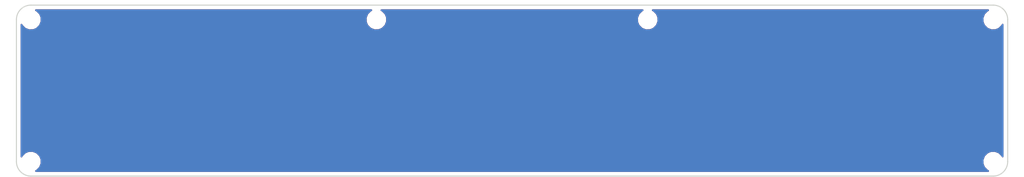
<source format=kicad_pcb>
(kicad_pcb (version 20171130) (host pcbnew 5.0.2-bee76a0~70~ubuntu18.04.1)

  (general
    (thickness 1.6)
    (drawings 8)
    (tracks 0)
    (zones 0)
    (modules 6)
    (nets 1)
  )

  (page A4)
  (layers
    (0 F.Cu signal)
    (31 B.Cu signal)
    (32 B.Adhes user)
    (33 F.Adhes user)
    (34 B.Paste user)
    (35 F.Paste user)
    (36 B.SilkS user)
    (37 F.SilkS user)
    (38 B.Mask user)
    (39 F.Mask user)
    (40 Dwgs.User user)
    (41 Cmts.User user)
    (42 Eco1.User user)
    (43 Eco2.User user)
    (44 Edge.Cuts user)
    (45 Margin user)
    (46 B.CrtYd user)
    (47 F.CrtYd user)
    (48 B.Fab user)
    (49 F.Fab user)
  )

  (setup
    (last_trace_width 0.25)
    (trace_clearance 0.2)
    (zone_clearance 0.508)
    (zone_45_only no)
    (trace_min 0.2)
    (segment_width 0.2)
    (edge_width 0.15)
    (via_size 0.8)
    (via_drill 0.4)
    (via_min_size 0.4)
    (via_min_drill 0.3)
    (uvia_size 0.3)
    (uvia_drill 0.1)
    (uvias_allowed no)
    (uvia_min_size 0.2)
    (uvia_min_drill 0.1)
    (pcb_text_width 0.3)
    (pcb_text_size 1.5 1.5)
    (mod_edge_width 0.15)
    (mod_text_size 1 1)
    (mod_text_width 0.15)
    (pad_size 1.524 1.524)
    (pad_drill 0.762)
    (pad_to_mask_clearance 0.051)
    (solder_mask_min_width 0.25)
    (aux_axis_origin 34.544 62.357)
    (visible_elements FFFFFF7F)
    (pcbplotparams
      (layerselection 0x010fc_ffffffff)
      (usegerberextensions false)
      (usegerberattributes false)
      (usegerberadvancedattributes false)
      (creategerberjobfile false)
      (excludeedgelayer true)
      (linewidth 0.100000)
      (plotframeref false)
      (viasonmask false)
      (mode 1)
      (useauxorigin false)
      (hpglpennumber 1)
      (hpglpenspeed 20)
      (hpglpendiameter 15.000000)
      (psnegative false)
      (psa4output false)
      (plotreference true)
      (plotvalue true)
      (plotinvisibletext false)
      (padsonsilk false)
      (subtractmaskfromsilk false)
      (outputformat 1)
      (mirror false)
      (drillshape 1)
      (scaleselection 1)
      (outputdirectory ""))
  )

  (net 0 "")

  (net_class Default "This is the default net class."
    (clearance 0.2)
    (trace_width 0.25)
    (via_dia 0.8)
    (via_drill 0.4)
    (uvia_dia 0.3)
    (uvia_drill 0.1)
  )

  (net_class Power ""
    (clearance 0.2)
    (trace_width 0.5)
    (via_dia 0.8)
    (via_drill 0.4)
    (uvia_dia 0.3)
    (uvia_drill 0.1)
  )

  (module library:Screw_Hole (layer F.Cu) (tedit 5CB8B143) (tstamp 5CBDF09F)
    (at 36.576 40.386)
    (fp_text reference "" (at 0 1.905) (layer F.SilkS)
      (effects (font (size 1 1) (thickness 0.15)))
    )
    (fp_text value Screw_Hole (at 0 -1.905) (layer F.Fab)
      (effects (font (size 1 1) (thickness 0.15)))
    )
    (pad "" np_thru_hole circle (at 0 0) (size 1.7 1.7) (drill 1.7) (layers *.Cu *.Mask))
  )

  (module library:Screw_Hole (layer F.Cu) (tedit 5CB8B143) (tstamp 5CBDF042)
    (at 85.09 40.386)
    (fp_text reference "" (at 0 1.905) (layer F.SilkS)
      (effects (font (size 1 1) (thickness 0.15)))
    )
    (fp_text value Screw_Hole (at 0 -1.905) (layer F.Fab)
      (effects (font (size 1 1) (thickness 0.15)))
    )
    (pad "" np_thru_hole circle (at 0 0) (size 1.7 1.7) (drill 1.7) (layers *.Cu *.Mask))
  )

  (module library:Screw_Hole (layer F.Cu) (tedit 5CB8B143) (tstamp 5CBDEFF4)
    (at 171.704 60.325)
    (fp_text reference "" (at 0 1.905) (layer F.SilkS)
      (effects (font (size 1 1) (thickness 0.15)))
    )
    (fp_text value Screw_Hole (at 0 -1.905) (layer F.Fab)
      (effects (font (size 1 1) (thickness 0.15)))
    )
    (pad "" np_thru_hole circle (at 0 0) (size 1.7 1.7) (drill 1.7) (layers *.Cu *.Mask))
  )

  (module library:Screw_Hole (layer F.Cu) (tedit 5CB8B143) (tstamp 5CBDEFEB)
    (at 123.19 40.386)
    (fp_text reference "" (at 0 1.905) (layer F.SilkS)
      (effects (font (size 1 1) (thickness 0.15)))
    )
    (fp_text value Screw_Hole (at 0 -1.905) (layer F.Fab)
      (effects (font (size 1 1) (thickness 0.15)))
    )
    (pad "" np_thru_hole circle (at 0 0) (size 1.7 1.7) (drill 1.7) (layers *.Cu *.Mask))
  )

  (module library:Screw_Hole (layer F.Cu) (tedit 5CB8B143) (tstamp 5CBDEFB4)
    (at 36.576 60.325)
    (fp_text reference "" (at 0 1.905) (layer F.SilkS)
      (effects (font (size 1 1) (thickness 0.15)))
    )
    (fp_text value Screw_Hole (at 0 -1.905) (layer F.Fab)
      (effects (font (size 1 1) (thickness 0.15)))
    )
    (pad "" np_thru_hole circle (at 0 0) (size 1.7 1.7) (drill 1.7) (layers *.Cu *.Mask))
  )

  (module library:Screw_Hole (layer F.Cu) (tedit 5CB8B143) (tstamp 5CBDEF2B)
    (at 171.704 40.386)
    (fp_text reference "" (at 0 1.905) (layer F.SilkS)
      (effects (font (size 1 1) (thickness 0.15)))
    )
    (fp_text value Screw_Hole (at 0 -1.905) (layer F.Fab)
      (effects (font (size 1 1) (thickness 0.15)))
    )
    (pad "" np_thru_hole circle (at 0 0) (size 1.7 1.7) (drill 1.7) (layers *.Cu *.Mask))
  )

  (gr_line (start 36.576 62.357) (end 171.704 62.357) (layer Edge.Cuts) (width 0.15))
  (gr_arc (start 36.576 60.325) (end 34.544 60.325) (angle -90) (layer Edge.Cuts) (width 0.15))
  (gr_line (start 34.544 60.325) (end 34.544 40.386) (layer Edge.Cuts) (width 0.15))
  (gr_arc (start 171.704 60.325) (end 171.704 62.357) (angle -90) (layer Edge.Cuts) (width 0.15))
  (gr_line (start 173.736 40.386) (end 173.736 60.325) (layer Edge.Cuts) (width 0.15))
  (gr_arc (start 171.704 40.386) (end 173.736 40.386) (angle -90) (layer Edge.Cuts) (width 0.15) (tstamp 5CBDEFF3))
  (gr_arc (start 36.576 40.386) (end 36.576 38.354) (angle -90) (layer Edge.Cuts) (width 0.15) (tstamp 5CBDEF69))
  (gr_line (start 36.576 38.354) (end 171.704 38.354) (layer Edge.Cuts) (width 0.15) (tstamp 5CBDEF13))

  (zone (net 0) (net_name "") (layer F.Cu) (tstamp 0) (hatch edge 0.508)
    (connect_pads (clearance 0.508))
    (min_thickness 0.254)
    (fill yes (arc_segments 16) (thermal_gap 0.508) (thermal_bridge_width 0.508))
    (polygon
      (pts
        (xy 34.544 38.354) (xy 34.544 62.357) (xy 173.736 62.357) (xy 173.736 38.354)
      )
    )
    (filled_polygon
      (pts
        (xy 84.30592 39.090741) (xy 84.301251 39.105358) (xy 84.248815 39.127078) (xy 83.831078 39.544815) (xy 83.809358 39.597251)
        (xy 83.794741 39.60192) (xy 83.705332 39.848392) (xy 83.605 40.090615) (xy 83.605 40.124976) (xy 83.593282 40.157279)
        (xy 83.605 40.419208) (xy 83.605 40.681385) (xy 83.618149 40.71313) (xy 83.619685 40.747458) (xy 83.794741 41.17008)
        (xy 83.809358 41.174749) (xy 83.831078 41.227185) (xy 84.248815 41.644922) (xy 84.301251 41.666642) (xy 84.30592 41.681259)
        (xy 84.552392 41.770668) (xy 84.794615 41.871) (xy 84.828976 41.871) (xy 84.861279 41.882718) (xy 85.123208 41.871)
        (xy 85.385385 41.871) (xy 85.41713 41.857851) (xy 85.451458 41.856315) (xy 85.87408 41.681259) (xy 85.878749 41.666642)
        (xy 85.931185 41.644922) (xy 86.348922 41.227185) (xy 86.370642 41.174749) (xy 86.385259 41.17008) (xy 86.474668 40.923608)
        (xy 86.575 40.681385) (xy 86.575 40.647024) (xy 86.586718 40.614721) (xy 86.575 40.352792) (xy 86.575 40.090615)
        (xy 86.561851 40.05887) (xy 86.560315 40.024542) (xy 86.385259 39.60192) (xy 86.370642 39.597251) (xy 86.348922 39.544815)
        (xy 85.931185 39.127078) (xy 85.878749 39.105358) (xy 85.87408 39.090741) (xy 85.800363 39.064) (xy 122.470478 39.064)
        (xy 122.40592 39.090741) (xy 122.401251 39.105358) (xy 122.348815 39.127078) (xy 121.931078 39.544815) (xy 121.909358 39.597251)
        (xy 121.894741 39.60192) (xy 121.805332 39.848392) (xy 121.705 40.090615) (xy 121.705 40.124976) (xy 121.693282 40.157279)
        (xy 121.705 40.419208) (xy 121.705 40.681385) (xy 121.718149 40.71313) (xy 121.719685 40.747458) (xy 121.894741 41.17008)
        (xy 121.909358 41.174749) (xy 121.931078 41.227185) (xy 122.348815 41.644922) (xy 122.401251 41.666642) (xy 122.40592 41.681259)
        (xy 122.652392 41.770668) (xy 122.894615 41.871) (xy 122.928976 41.871) (xy 122.961279 41.882718) (xy 123.223208 41.871)
        (xy 123.485385 41.871) (xy 123.51713 41.857851) (xy 123.551458 41.856315) (xy 123.97408 41.681259) (xy 123.978749 41.666642)
        (xy 124.031185 41.644922) (xy 124.448922 41.227185) (xy 124.470642 41.174749) (xy 124.485259 41.17008) (xy 124.574668 40.923608)
        (xy 124.675 40.681385) (xy 124.675 40.647024) (xy 124.686718 40.614721) (xy 124.675 40.352792) (xy 124.675 40.090615)
        (xy 124.661851 40.05887) (xy 124.660315 40.024542) (xy 124.485259 39.60192) (xy 124.470642 39.597251) (xy 124.448922 39.544815)
        (xy 124.031185 39.127078) (xy 123.978749 39.105358) (xy 123.97408 39.090741) (xy 123.900363 39.064) (xy 170.984478 39.064)
        (xy 170.91992 39.090741) (xy 170.915251 39.105358) (xy 170.862815 39.127078) (xy 170.445078 39.544815) (xy 170.423358 39.597251)
        (xy 170.408741 39.60192) (xy 170.319332 39.848392) (xy 170.219 40.090615) (xy 170.219 40.124976) (xy 170.207282 40.157279)
        (xy 170.219 40.419208) (xy 170.219 40.681385) (xy 170.232149 40.71313) (xy 170.233685 40.747458) (xy 170.408741 41.17008)
        (xy 170.423358 41.174749) (xy 170.445078 41.227185) (xy 170.862815 41.644922) (xy 170.915251 41.666642) (xy 170.91992 41.681259)
        (xy 171.166392 41.770668) (xy 171.408615 41.871) (xy 171.442976 41.871) (xy 171.475279 41.882718) (xy 171.737208 41.871)
        (xy 171.999385 41.871) (xy 172.03113 41.857851) (xy 172.065458 41.856315) (xy 172.48808 41.681259) (xy 172.492749 41.666642)
        (xy 172.545185 41.644922) (xy 172.962922 41.227185) (xy 172.984642 41.174749) (xy 172.999259 41.17008) (xy 173.026 41.096363)
        (xy 173.026001 59.605481) (xy 172.999259 59.54092) (xy 172.984642 59.536251) (xy 172.962922 59.483815) (xy 172.545185 59.066078)
        (xy 172.492749 59.044358) (xy 172.48808 59.029741) (xy 172.241608 58.940332) (xy 171.999385 58.84) (xy 171.965024 58.84)
        (xy 171.932721 58.828282) (xy 171.670792 58.84) (xy 171.408615 58.84) (xy 171.37687 58.853149) (xy 171.342542 58.854685)
        (xy 170.91992 59.029741) (xy 170.915251 59.044358) (xy 170.862815 59.066078) (xy 170.445078 59.483815) (xy 170.423358 59.536251)
        (xy 170.408741 59.54092) (xy 170.319332 59.787392) (xy 170.219 60.029615) (xy 170.219 60.063976) (xy 170.207282 60.096279)
        (xy 170.219 60.358208) (xy 170.219 60.620385) (xy 170.232149 60.65213) (xy 170.233685 60.686458) (xy 170.408741 61.10908)
        (xy 170.423358 61.113749) (xy 170.445078 61.166185) (xy 170.862815 61.583922) (xy 170.915251 61.605642) (xy 170.91992 61.620259)
        (xy 170.993637 61.647) (xy 37.295522 61.647) (xy 37.36008 61.620259) (xy 37.364749 61.605642) (xy 37.417185 61.583922)
        (xy 37.834922 61.166185) (xy 37.856642 61.113749) (xy 37.871259 61.10908) (xy 37.960668 60.862608) (xy 38.061 60.620385)
        (xy 38.061 60.586024) (xy 38.072718 60.553721) (xy 38.061 60.291792) (xy 38.061 60.029615) (xy 38.047851 59.99787)
        (xy 38.046315 59.963542) (xy 37.871259 59.54092) (xy 37.856642 59.536251) (xy 37.834922 59.483815) (xy 37.417185 59.066078)
        (xy 37.364749 59.044358) (xy 37.36008 59.029741) (xy 37.113608 58.940332) (xy 36.871385 58.84) (xy 36.837024 58.84)
        (xy 36.804721 58.828282) (xy 36.542792 58.84) (xy 36.280615 58.84) (xy 36.24887 58.853149) (xy 36.214542 58.854685)
        (xy 35.79192 59.029741) (xy 35.787251 59.044358) (xy 35.734815 59.066078) (xy 35.317078 59.483815) (xy 35.295358 59.536251)
        (xy 35.280741 59.54092) (xy 35.254 59.614637) (xy 35.254 41.105522) (xy 35.280741 41.17008) (xy 35.295358 41.174749)
        (xy 35.317078 41.227185) (xy 35.734815 41.644922) (xy 35.787251 41.666642) (xy 35.79192 41.681259) (xy 36.038392 41.770668)
        (xy 36.280615 41.871) (xy 36.314976 41.871) (xy 36.347279 41.882718) (xy 36.609208 41.871) (xy 36.871385 41.871)
        (xy 36.90313 41.857851) (xy 36.937458 41.856315) (xy 37.36008 41.681259) (xy 37.364749 41.666642) (xy 37.417185 41.644922)
        (xy 37.834922 41.227185) (xy 37.856642 41.174749) (xy 37.871259 41.17008) (xy 37.960668 40.923608) (xy 38.061 40.681385)
        (xy 38.061 40.647024) (xy 38.072718 40.614721) (xy 38.061 40.352792) (xy 38.061 40.090615) (xy 38.047851 40.05887)
        (xy 38.046315 40.024542) (xy 37.871259 39.60192) (xy 37.856642 39.597251) (xy 37.834922 39.544815) (xy 37.417185 39.127078)
        (xy 37.364749 39.105358) (xy 37.36008 39.090741) (xy 37.286363 39.064) (xy 84.370478 39.064)
      )
    )
  )
  (zone (net 0) (net_name "") (layer B.Cu) (tstamp 0) (hatch edge 0.508)
    (connect_pads (clearance 0.508))
    (min_thickness 0.254)
    (fill yes (arc_segments 16) (thermal_gap 0.508) (thermal_bridge_width 0.508))
    (polygon
      (pts
        (xy 173.736 38.354) (xy 173.736 62.357) (xy 34.544 62.357) (xy 34.544 38.354)
      )
    )
    (filled_polygon
      (pts
        (xy 84.30592 39.090741) (xy 84.301251 39.105358) (xy 84.248815 39.127078) (xy 83.831078 39.544815) (xy 83.809358 39.597251)
        (xy 83.794741 39.60192) (xy 83.705332 39.848392) (xy 83.605 40.090615) (xy 83.605 40.124976) (xy 83.593282 40.157279)
        (xy 83.605 40.419208) (xy 83.605 40.681385) (xy 83.618149 40.71313) (xy 83.619685 40.747458) (xy 83.794741 41.17008)
        (xy 83.809358 41.174749) (xy 83.831078 41.227185) (xy 84.248815 41.644922) (xy 84.301251 41.666642) (xy 84.30592 41.681259)
        (xy 84.552392 41.770668) (xy 84.794615 41.871) (xy 84.828976 41.871) (xy 84.861279 41.882718) (xy 85.123208 41.871)
        (xy 85.385385 41.871) (xy 85.41713 41.857851) (xy 85.451458 41.856315) (xy 85.87408 41.681259) (xy 85.878749 41.666642)
        (xy 85.931185 41.644922) (xy 86.348922 41.227185) (xy 86.370642 41.174749) (xy 86.385259 41.17008) (xy 86.474668 40.923608)
        (xy 86.575 40.681385) (xy 86.575 40.647024) (xy 86.586718 40.614721) (xy 86.575 40.352792) (xy 86.575 40.090615)
        (xy 86.561851 40.05887) (xy 86.560315 40.024542) (xy 86.385259 39.60192) (xy 86.370642 39.597251) (xy 86.348922 39.544815)
        (xy 85.931185 39.127078) (xy 85.878749 39.105358) (xy 85.87408 39.090741) (xy 85.800363 39.064) (xy 122.470478 39.064)
        (xy 122.40592 39.090741) (xy 122.401251 39.105358) (xy 122.348815 39.127078) (xy 121.931078 39.544815) (xy 121.909358 39.597251)
        (xy 121.894741 39.60192) (xy 121.805332 39.848392) (xy 121.705 40.090615) (xy 121.705 40.124976) (xy 121.693282 40.157279)
        (xy 121.705 40.419208) (xy 121.705 40.681385) (xy 121.718149 40.71313) (xy 121.719685 40.747458) (xy 121.894741 41.17008)
        (xy 121.909358 41.174749) (xy 121.931078 41.227185) (xy 122.348815 41.644922) (xy 122.401251 41.666642) (xy 122.40592 41.681259)
        (xy 122.652392 41.770668) (xy 122.894615 41.871) (xy 122.928976 41.871) (xy 122.961279 41.882718) (xy 123.223208 41.871)
        (xy 123.485385 41.871) (xy 123.51713 41.857851) (xy 123.551458 41.856315) (xy 123.97408 41.681259) (xy 123.978749 41.666642)
        (xy 124.031185 41.644922) (xy 124.448922 41.227185) (xy 124.470642 41.174749) (xy 124.485259 41.17008) (xy 124.574668 40.923608)
        (xy 124.675 40.681385) (xy 124.675 40.647024) (xy 124.686718 40.614721) (xy 124.675 40.352792) (xy 124.675 40.090615)
        (xy 124.661851 40.05887) (xy 124.660315 40.024542) (xy 124.485259 39.60192) (xy 124.470642 39.597251) (xy 124.448922 39.544815)
        (xy 124.031185 39.127078) (xy 123.978749 39.105358) (xy 123.97408 39.090741) (xy 123.900363 39.064) (xy 170.984478 39.064)
        (xy 170.91992 39.090741) (xy 170.915251 39.105358) (xy 170.862815 39.127078) (xy 170.445078 39.544815) (xy 170.423358 39.597251)
        (xy 170.408741 39.60192) (xy 170.319332 39.848392) (xy 170.219 40.090615) (xy 170.219 40.124976) (xy 170.207282 40.157279)
        (xy 170.219 40.419208) (xy 170.219 40.681385) (xy 170.232149 40.71313) (xy 170.233685 40.747458) (xy 170.408741 41.17008)
        (xy 170.423358 41.174749) (xy 170.445078 41.227185) (xy 170.862815 41.644922) (xy 170.915251 41.666642) (xy 170.91992 41.681259)
        (xy 171.166392 41.770668) (xy 171.408615 41.871) (xy 171.442976 41.871) (xy 171.475279 41.882718) (xy 171.737208 41.871)
        (xy 171.999385 41.871) (xy 172.03113 41.857851) (xy 172.065458 41.856315) (xy 172.48808 41.681259) (xy 172.492749 41.666642)
        (xy 172.545185 41.644922) (xy 172.962922 41.227185) (xy 172.984642 41.174749) (xy 172.999259 41.17008) (xy 173.026 41.096363)
        (xy 173.026001 59.605481) (xy 172.999259 59.54092) (xy 172.984642 59.536251) (xy 172.962922 59.483815) (xy 172.545185 59.066078)
        (xy 172.492749 59.044358) (xy 172.48808 59.029741) (xy 172.241608 58.940332) (xy 171.999385 58.84) (xy 171.965024 58.84)
        (xy 171.932721 58.828282) (xy 171.670792 58.84) (xy 171.408615 58.84) (xy 171.37687 58.853149) (xy 171.342542 58.854685)
        (xy 170.91992 59.029741) (xy 170.915251 59.044358) (xy 170.862815 59.066078) (xy 170.445078 59.483815) (xy 170.423358 59.536251)
        (xy 170.408741 59.54092) (xy 170.319332 59.787392) (xy 170.219 60.029615) (xy 170.219 60.063976) (xy 170.207282 60.096279)
        (xy 170.219 60.358208) (xy 170.219 60.620385) (xy 170.232149 60.65213) (xy 170.233685 60.686458) (xy 170.408741 61.10908)
        (xy 170.423358 61.113749) (xy 170.445078 61.166185) (xy 170.862815 61.583922) (xy 170.915251 61.605642) (xy 170.91992 61.620259)
        (xy 170.993637 61.647) (xy 37.295522 61.647) (xy 37.36008 61.620259) (xy 37.364749 61.605642) (xy 37.417185 61.583922)
        (xy 37.834922 61.166185) (xy 37.856642 61.113749) (xy 37.871259 61.10908) (xy 37.960668 60.862608) (xy 38.061 60.620385)
        (xy 38.061 60.586024) (xy 38.072718 60.553721) (xy 38.061 60.291792) (xy 38.061 60.029615) (xy 38.047851 59.99787)
        (xy 38.046315 59.963542) (xy 37.871259 59.54092) (xy 37.856642 59.536251) (xy 37.834922 59.483815) (xy 37.417185 59.066078)
        (xy 37.364749 59.044358) (xy 37.36008 59.029741) (xy 37.113608 58.940332) (xy 36.871385 58.84) (xy 36.837024 58.84)
        (xy 36.804721 58.828282) (xy 36.542792 58.84) (xy 36.280615 58.84) (xy 36.24887 58.853149) (xy 36.214542 58.854685)
        (xy 35.79192 59.029741) (xy 35.787251 59.044358) (xy 35.734815 59.066078) (xy 35.317078 59.483815) (xy 35.295358 59.536251)
        (xy 35.280741 59.54092) (xy 35.254 59.614637) (xy 35.254 41.105522) (xy 35.280741 41.17008) (xy 35.295358 41.174749)
        (xy 35.317078 41.227185) (xy 35.734815 41.644922) (xy 35.787251 41.666642) (xy 35.79192 41.681259) (xy 36.038392 41.770668)
        (xy 36.280615 41.871) (xy 36.314976 41.871) (xy 36.347279 41.882718) (xy 36.609208 41.871) (xy 36.871385 41.871)
        (xy 36.90313 41.857851) (xy 36.937458 41.856315) (xy 37.36008 41.681259) (xy 37.364749 41.666642) (xy 37.417185 41.644922)
        (xy 37.834922 41.227185) (xy 37.856642 41.174749) (xy 37.871259 41.17008) (xy 37.960668 40.923608) (xy 38.061 40.681385)
        (xy 38.061 40.647024) (xy 38.072718 40.614721) (xy 38.061 40.352792) (xy 38.061 40.090615) (xy 38.047851 40.05887)
        (xy 38.046315 40.024542) (xy 37.871259 39.60192) (xy 37.856642 39.597251) (xy 37.834922 39.544815) (xy 37.417185 39.127078)
        (xy 37.364749 39.105358) (xy 37.36008 39.090741) (xy 37.286363 39.064) (xy 84.370478 39.064)
      )
    )
  )
)

</source>
